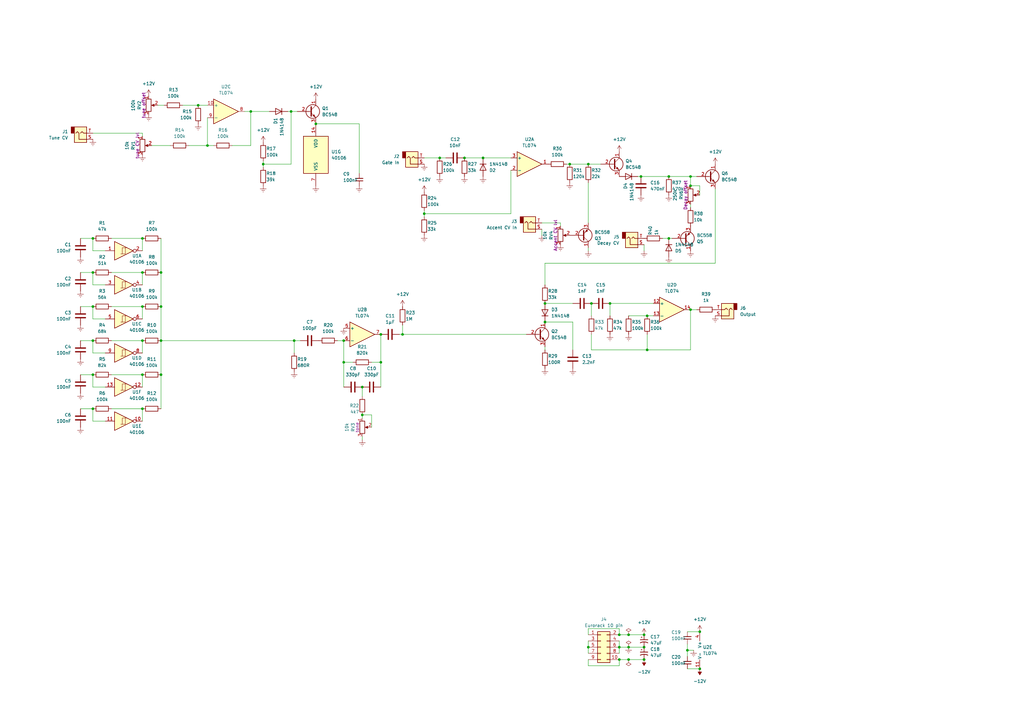
<source format=kicad_sch>
(kicad_sch (version 20231120) (generator "eeschema") (generator_version "8.0")
  (paper "A3")
  (junction (at 250.19 124.46))
  (junction (at 66.04 111.76))
  (junction (at 156.21 137.16))
  (junction (at 102.87 45.72))
  (junction (at 140.97 148.59))
  (junction (at 274.32 72.39))
  (junction (at 148.59 170.18))
  (junction (at 264.16 260.35))
  (junction (at 38.1 167.64))
  (junction (at 262.89 72.39))
  (junction (at 287.02 259.08))
  (junction (at 148.59 158.75))
  (junction (at 66.04 153.67))
  (junction (at 242.57 124.46))
  (junction (at 233.68 67.31))
  (junction (at 180.34 64.77))
  (junction (at 265.43 143.51))
  (junction (at 129.54 50.8))
  (junction (at 66.04 125.73))
  (junction (at 140.97 139.7))
  (junction (at 120.65 139.7))
  (junction (at 156.21 148.59))
  (junction (at 257.81 265.43))
  (junction (at 107.95 67.31))
  (junction (at 257.81 270.51))
  (junction (at 264.16 265.43))
  (junction (at 283.21 72.39))
  (junction (at 38.1 97.79))
  (junction (at 165.1 137.16))
  (junction (at 254 260.35))
  (junction (at 257.81 260.35))
  (junction (at 58.42 167.64))
  (junction (at 283.21 127))
  (junction (at 58.42 125.73))
  (junction (at 283.21 76.2))
  (junction (at 58.42 97.79))
  (junction (at 190.5 64.77))
  (junction (at 38.1 111.76))
  (junction (at 281.94 266.7))
  (junction (at 241.3 67.31))
  (junction (at 66.04 139.7))
  (junction (at 198.12 64.77))
  (junction (at 223.52 132.08))
  (junction (at 264.16 270.51))
  (junction (at 81.28 43.18))
  (junction (at 38.1 153.67))
  (junction (at 58.42 139.7))
  (junction (at 173.99 87.63))
  (junction (at 287.02 274.32))
  (junction (at 223.52 124.46))
  (junction (at 85.09 59.69))
  (junction (at 241.3 265.43))
  (junction (at 38.1 139.7))
  (junction (at 58.42 111.76))
  (junction (at 58.42 153.67))
  (junction (at 265.43 129.54))
  (junction (at 254 270.51))
  (junction (at 254 265.43))
  (junction (at 274.32 97.79))
  (junction (at 119.38 45.72))
  (junction (at 38.1 125.73))
  (wire (pts (xy 152.4 148.59) (xy 156.21 148.59)))
  (wire (pts (xy 265.43 137.16) (xy 265.43 143.51)))
  (wire (pts (xy 281.94 266.7) (xy 281.94 269.24)))
  (wire (pts (xy 257.81 270.51) (xy 264.16 270.51)))
  (wire (pts (xy 147.32 50.8) (xy 129.54 50.8)))
  (wire (pts (xy 156.21 148.59) (xy 156.21 158.75)))
  (wire (pts (xy 173.99 86.36) (xy 173.99 87.63)))
  (wire (pts (xy 241.3 74.93) (xy 241.3 91.44)))
  (wire (pts (xy 74.93 43.18) (xy 81.28 43.18)))
  (wire (pts (xy 140.97 148.59) (xy 140.97 158.75)))
  (wire (pts (xy 241.3 101.6) (xy 241.3 102.87)))
  (wire (pts (xy 241.3 262.89) (xy 241.3 265.43)))
  (wire (pts (xy 223.52 116.84) (xy 223.52 107.95)))
  (wire (pts (xy 33.02 97.79) (xy 38.1 97.79)))
  (wire (pts (xy 254 265.43) (xy 254 267.97)))
  (wire (pts (xy 285.75 127) (xy 283.21 127)))
  (wire (pts (xy 283.21 72.39) (xy 285.75 72.39)))
  (wire (pts (xy 118.11 45.72) (xy 119.38 45.72)))
  (wire (pts (xy 38.1 158.75) (xy 43.18 158.75)))
  (wire (pts (xy 148.59 180.34) (xy 148.59 179.07)))
  (wire (pts (xy 38.1 97.79) (xy 38.1 102.87)))
  (wire (pts (xy 38.1 167.64) (xy 38.1 172.72)))
  (wire (pts (xy 233.68 67.31) (xy 241.3 67.31)))
  (wire (pts (xy 223.52 107.95) (xy 293.37 107.95)))
  (wire (pts (xy 265.43 129.54) (xy 267.97 129.54)))
  (wire (pts (xy 165.1 137.16) (xy 215.9 137.16)))
  (wire (pts (xy 38.1 102.87) (xy 43.18 102.87)))
  (wire (pts (xy 38.1 172.72) (xy 43.18 172.72)))
  (wire (pts (xy 107.95 66.04) (xy 107.95 67.31)))
  (wire (pts (xy 283.21 72.39) (xy 283.21 76.2)))
  (wire (pts (xy 85.09 48.26) (xy 85.09 59.69)))
  (wire (pts (xy 148.59 171.45) (xy 148.59 170.18)))
  (wire (pts (xy 254 265.43) (xy 257.81 265.43)))
  (wire (pts (xy 274.32 97.79) (xy 271.78 97.79)))
  (wire (pts (xy 257.81 260.35) (xy 264.16 260.35)))
  (wire (pts (xy 66.04 139.7) (xy 66.04 153.67)))
  (wire (pts (xy 58.42 111.76) (xy 45.72 111.76)))
  (wire (pts (xy 58.42 167.64) (xy 45.72 167.64)))
  (wire (pts (xy 241.3 273.05) (xy 254 273.05)))
  (wire (pts (xy 293.37 77.47) (xy 293.37 107.95)))
  (wire (pts (xy 281.94 259.08) (xy 287.02 259.08)))
  (wire (pts (xy 223.52 124.46) (xy 234.95 124.46)))
  (wire (pts (xy 58.42 130.81) (xy 58.42 125.73)))
  (wire (pts (xy 140.97 139.7) (xy 138.43 139.7)))
  (wire (pts (xy 281.94 274.32) (xy 287.02 274.32)))
  (wire (pts (xy 147.32 71.12) (xy 147.32 50.8)))
  (wire (pts (xy 58.42 97.79) (xy 58.42 102.87)))
  (wire (pts (xy 66.04 111.76) (xy 66.04 125.73)))
  (wire (pts (xy 241.3 265.43) (xy 241.3 267.97)))
  (wire (pts (xy 148.59 162.56) (xy 148.59 158.75)))
  (wire (pts (xy 62.23 59.69) (xy 69.85 59.69)))
  (wire (pts (xy 58.42 172.72) (xy 58.42 167.64)))
  (wire (pts (xy 140.97 139.7) (xy 140.97 148.59)))
  (wire (pts (xy 173.99 64.77) (xy 180.34 64.77)))
  (wire (pts (xy 198.12 64.77) (xy 209.55 64.77)))
  (wire (pts (xy 66.04 97.79) (xy 66.04 111.76)))
  (wire (pts (xy 283.21 72.39) (xy 274.32 72.39)))
  (wire (pts (xy 262.89 72.39) (xy 274.32 72.39)))
  (wire (pts (xy 254 262.89) (xy 254 265.43)))
  (wire (pts (xy 209.55 87.63) (xy 173.99 87.63)))
  (wire (pts (xy 241.3 260.35) (xy 241.3 257.81)))
  (wire (pts (xy 287.02 76.2) (xy 283.21 76.2)))
  (wire (pts (xy 254 270.51) (xy 257.81 270.51)))
  (wire (pts (xy 242.57 143.51) (xy 265.43 143.51)))
  (wire (pts (xy 33.02 153.67) (xy 38.1 153.67)))
  (wire (pts (xy 66.04 153.67) (xy 66.04 167.64)))
  (wire (pts (xy 254 260.35) (xy 257.81 260.35)))
  (wire (pts (xy 165.1 133.35) (xy 165.1 137.16)))
  (wire (pts (xy 33.02 125.73) (xy 38.1 125.73)))
  (wire (pts (xy 58.42 144.78) (xy 58.42 139.7)))
  (wire (pts (xy 38.1 111.76) (xy 38.1 116.84)))
  (wire (pts (xy 287.02 80.01) (xy 287.02 76.2)))
  (wire (pts (xy 242.57 129.54) (xy 242.57 124.46)))
  (wire (pts (xy 45.72 97.79) (xy 58.42 97.79)))
  (wire (pts (xy 281.94 266.7) (xy 284.48 266.7)))
  (wire (pts (xy 281.94 264.16) (xy 281.94 266.7)))
  (wire (pts (xy 152.4 170.18) (xy 148.59 170.18)))
  (wire (pts (xy 38.1 130.81) (xy 43.18 130.81)))
  (wire (pts (xy 254 273.05) (xy 254 270.51)))
  (wire (pts (xy 229.87 91.44) (xy 222.25 91.44)))
  (wire (pts (xy 254 257.81) (xy 254 260.35)))
  (wire (pts (xy 241.3 257.81) (xy 254 257.81)))
  (wire (pts (xy 209.55 69.85) (xy 209.55 87.63)))
  (wire (pts (xy 64.77 43.18) (xy 67.31 43.18)))
  (wire (pts (xy 234.95 143.51) (xy 234.95 132.08)))
  (wire (pts (xy 58.42 153.67) (xy 45.72 153.67)))
  (wire (pts (xy 257.81 265.43) (xy 264.16 265.43)))
  (wire (pts (xy 173.99 87.63) (xy 173.99 88.9)))
  (wire (pts (xy 165.1 137.16) (xy 163.83 137.16)))
  (wire (pts (xy 152.4 175.26) (xy 152.4 170.18)))
  (wire (pts (xy 265.43 143.51) (xy 283.21 143.51)))
  (wire (pts (xy 180.34 64.77) (xy 182.88 64.77)))
  (wire (pts (xy 223.52 142.24) (xy 223.52 143.51)))
  (wire (pts (xy 100.33 45.72) (xy 102.87 45.72)))
  (wire (pts (xy 190.5 64.77) (xy 198.12 64.77)))
  (wire (pts (xy 58.42 125.73) (xy 45.72 125.73)))
  (wire (pts (xy 283.21 143.51) (xy 283.21 127)))
  (wire (pts (xy 123.19 139.7) (xy 120.65 139.7)))
  (wire (pts (xy 120.65 144.78) (xy 120.65 139.7)))
  (wire (pts (xy 229.87 92.71) (xy 229.87 91.44)))
  (wire (pts (xy 257.81 129.54) (xy 265.43 129.54)))
  (wire (pts (xy 250.19 129.54) (xy 250.19 124.46)))
  (wire (pts (xy 85.09 43.18) (xy 81.28 43.18)))
  (wire (pts (xy 77.47 59.69) (xy 85.09 59.69)))
  (wire (pts (xy 58.42 116.84) (xy 58.42 111.76)))
  (wire (pts (xy 234.95 132.08) (xy 223.52 132.08)))
  (wire (pts (xy 58.42 158.75) (xy 58.42 153.67)))
  (wire (pts (xy 66.04 125.73) (xy 66.04 139.7)))
  (wire (pts (xy 38.1 125.73) (xy 38.1 130.81)))
  (wire (pts (xy 119.38 67.31) (xy 107.95 67.31)))
  (wire (pts (xy 119.38 45.72) (xy 119.38 67.31)))
  (wire (pts (xy 58.42 139.7) (xy 45.72 139.7)))
  (wire (pts (xy 156.21 137.16) (xy 156.21 148.59)))
  (wire (pts (xy 107.95 67.31) (xy 107.95 68.58)))
  (wire (pts (xy 261.62 72.39) (xy 262.89 72.39)))
  (wire (pts (xy 242.57 137.16) (xy 242.57 143.51)))
  (wire (pts (xy 250.19 124.46) (xy 267.97 124.46)))
  (wire (pts (xy 275.59 97.79) (xy 274.32 97.79)))
  (wire (pts (xy 85.09 59.69) (xy 87.63 59.69)))
  (wire (pts (xy 102.87 45.72) (xy 110.49 45.72)))
  (wire (pts (xy 38.1 153.67) (xy 38.1 158.75)))
  (wire (pts (xy 33.02 111.76) (xy 38.1 111.76)))
  (wire (pts (xy 38.1 144.78) (xy 43.18 144.78)))
  (wire (pts (xy 38.1 139.7) (xy 38.1 144.78)))
  (wire (pts (xy 33.02 167.64) (xy 38.1 167.64)))
  (wire (pts (xy 241.3 270.51) (xy 241.3 273.05)))
  (wire (pts (xy 102.87 59.69) (xy 102.87 45.72)))
  (wire (pts (xy 95.25 59.69) (xy 102.87 59.69)))
  (wire (pts (xy 58.42 54.61) (xy 58.42 55.88)))
  (wire (pts (xy 222.25 96.52) (xy 222.25 93.98)))
  (wire (pts (xy 120.65 139.7) (xy 66.04 139.7)))
  (wire (pts (xy 241.3 67.31) (xy 246.38 67.31)))
  (wire (pts (xy 283.21 83.82) (xy 283.21 85.09)))
  (wire (pts (xy 33.02 139.7) (xy 38.1 139.7)))
  (wire (pts (xy 38.1 54.61) (xy 58.42 54.61)))
  (wire (pts (xy 144.78 148.59) (xy 140.97 148.59)))
  (wire (pts (xy 264.16 102.87) (xy 264.16 100.33)))
  (wire (pts (xy 119.38 45.72) (xy 121.92 45.72)))
  (wire (pts (xy 38.1 116.84) (xy 43.18 116.84)))
  (wire (pts (xy 233.68 67.31) (xy 232.41 67.31)))
  (symbol (lib_id "power:GNDREF") (at 262.89 80.01 0) (unit 1)
    (property "Reference" "#PWR037" (effects (hide yes)))
    (property "Value" "GNDREF" (effects (hide yes)))
  )
  (symbol (lib_id "4xxx:40106") (at 50.8 116.84 0) (unit 2)
    (property "Reference" "U1" (at 56.134 118.872 0))
    (property "Value" "40106" (at 56.134 121.412 0))
    (property "Datasheet" "https://assets.nexperia.com/documents/data-sheet/HEF40106B.pdf" (effects (hide yes)))
    (property "Description" "Hex Schmitt trigger inverter" (effects (hide yes)))
  )
  (symbol (lib_id "Connector:AudioJack2") (at 33.02 54.61 0) (mirror x) (unit 1)
    (property "Reference" "J1" (at 27.94 53.9749 0) (effects (justify right)))
    (property "Value" "Tune CV" (at 27.94 56.5149 0) (effects (justify right)))
    (property "Footprint" "Connector_Audio:Jack_6.35mm_Neutrik_NJ5FD-V_Vertical" (effects (hide yes)))
  )
  (symbol (lib_id "Connector:AudioJack2") (at 259.08 97.79 0) (mirror x) (unit 1)
    (property "Reference" "J5" (at 254 97.1549 0) (effects (justify right)))
    (property "Value" "Decay CV" (at 254 99.6949 0) (effects (justify right)))
    (property "Footprint" "Connector_Audio:Jack_6.35mm_Neutrik_NJ5FD-V_Vertical" (effects (hide yes)))
  )
  (symbol (lib_id "Device:C") (at 33.02 171.45 0) (mirror y) (unit 1)
    (property "Reference" "C6" (at 29.21 170.1799 0) (effects (justify left)))
    (property "Value" "100nF" (at 29.21 172.7199 0) (effects (justify left)))
    (property "Footprint" "Capacitor_THT:C_Rect_L7.0mm_W2.5mm_P5.00mm" (effects (hide yes)))
  )
  (symbol (lib_id "4xxx:40106") (at 50.8 144.78 0) (unit 4)
    (property "Reference" "U1" (at 56.134 146.812 0))
    (property "Value" "40106" (at 56.134 149.352 0))
    (property "Datasheet" "https://assets.nexperia.com/documents/data-sheet/HEF40106B.pdf" (effects (hide yes)))
    (property "Description" "Hex Schmitt trigger inverter" (effects (hide yes)))
  )
  (symbol (lib_id "power:GNDREF") (at 222.25 96.52 0) (unit 1)
    (property "Reference" "#PWR027" (effects (hide yes)))
    (property "Value" "GNDREF" (effects (hide yes)))
  )
  (symbol (lib_id "Device:C") (at 160.02 137.16 90) (unit 1)
    (property "Reference" "C11" (at 160.02 129.54 90))
    (property "Value" "1μF" (at 160.02 132.08 90))
    (property "Footprint" "Capacitor_THT:C_Rect_L7.0mm_W2.5mm_P5.00mm" (effects (hide yes)))
  )
  (symbol (lib_id "Device:C") (at 33.02 101.6 0) (mirror y) (unit 1)
    (property "Reference" "C1" (at 29.21 100.3299 0) (effects (justify left)))
    (property "Value" "100nF" (at 29.21 102.8699 0) (effects (justify left)))
    (property "Footprint" "Capacitor_THT:C_Rect_L7.0mm_W2.5mm_P5.00mm" (effects (hide yes)))
  )
  (symbol (lib_id "power:GNDREF") (at 264.16 102.87 0) (unit 1)
    (property "Reference" "#PWR038" (effects (hide yes)))
    (property "Value" "GNDREF" (effects (hide yes)))
  )
  (symbol (lib_id "power:GNDREF") (at 33.02 175.26 0) (mirror y) (unit 1)
    (property "Reference" "#PWR06" (effects (hide yes)))
    (property "Value" "GNDREF" (effects (hide yes)))
  )
  (symbol (lib_id "Device:R_Potentiometer") (at 229.87 96.52 0) (unit 1)
    (property "Reference" "RV4" (at 226.06 96.52 90))
    (property "Value" "10k" (at 223.52 96.52 90))
    (property "Footprint" "Potentiometer_THT:Potentiometer_Alpha_RD901F-40-00D_Single_Vertical" (effects (hide yes)))
    (property "Description" "Accent CV lvl" (at 227.838 96.52 90))
  )
  (symbol (lib_id "power:+12V") (at 129.54 40.64 0) (unit 1)
    (property "Reference" "#PWR015" (effects (hide yes)))
    (property "Value" "+12V" (at 129.54 35.56 0))
  )
  (symbol (lib_id "Device:R") (at 41.91 125.73 90) (unit 1)
    (property "Reference" "R3" (at 41.91 119.38 90))
    (property "Value" "56k" (at 41.91 121.92 90))
    (property "Footprint" "Resistor_THT:R_Axial_DIN0207_L6.3mm_D2.5mm_P10.16mm_Horizontal" (effects (hide yes)))
  )
  (symbol (lib_id "Device:R_Potentiometer") (at 58.42 59.69 0) (unit 1)
    (property "Reference" "RV1" (at 54.61 59.69 90))
    (property "Value" "10k" (at 52.07 59.69 90))
    (property "Footprint" "Potentiometer_THT:Potentiometer_Alpha_RD901F-40-00D_Single_Vertical" (effects (hide yes)))
    (property "Description" "tune CV lvl" (at 56.388 59.69 90))
  )
  (symbol (lib_id "power:-12V") (at 264.16 270.51 180) (unit 1)
    (property "Reference" "#PWR040" (effects (hide yes)))
    (property "Value" "-12V" (at 264.16 275.59 0))
    (property "Description" "Power symbol creates a global label with name \"-12V\"" (effects (hide yes)))
  )
  (symbol (lib_id "4xxx:40106") (at 129.54 63.5 0) (unit 7)
    (property "Reference" "U1" (at 135.89 62.2299 0) (effects (justify left)))
    (property "Value" "40106" (at 135.89 64.7699 0) (effects (justify left)))
    (property "Datasheet" "https://assets.nexperia.com/documents/data-sheet/HEF40106B.pdf" (effects (hide yes)))
    (property "Description" "Hex Schmitt trigger inverter" (effects (hide yes)))
  )
  (symbol (lib_id "power:+12V") (at 173.99 78.74 0) (unit 1)
    (property "Reference" "#PWR022" (effects (hide yes)))
    (property "Value" "+12V" (at 173.99 73.66 0))
  )
  (symbol (lib_id "power:GNDREF") (at 140.97 134.62 0) (unit 1)
    (property "Reference" "#PWR017" (effects (hide yes)))
    (property "Value" "GNDREF" (effects (hide yes)))
  )
  (symbol (lib_id "Device:R") (at 41.91 139.7 90) (unit 1)
    (property "Reference" "R4" (at 41.91 133.35 90))
    (property "Value" "68k" (at 41.91 135.89 90))
    (property "Footprint" "Resistor_THT:R_Axial_DIN0207_L6.3mm_D2.5mm_P10.16mm_Horizontal" (effects (hide yes)))
  )
  (symbol (lib_id "Device:R") (at 257.81 133.35 180) (unit 1)
    (property "Reference" "R35" (at 259.08 132.08 0) (effects (justify right)))
    (property "Value" "100k" (at 259.08 134.62 0) (effects (justify right)))
    (property "Footprint" "Resistor_THT:R_Axial_DIN0207_L6.3mm_D2.5mm_P10.16mm_Horizontal" (effects (hide yes)))
  )
  (symbol (lib_id "Connector:AudioJack2") (at 168.91 64.77 0) (mirror x) (unit 1)
    (property "Reference" "J2" (at 163.83 64.1349 0) (effects (justify right)))
    (property "Value" "Gate In" (at 163.83 66.6749 0) (effects (justify right)))
    (property "Footprint" "Connector_Audio:Jack_6.35mm_Neutrik_NJ5FD-V_Vertical" (effects (hide yes)))
  )
  (symbol (lib_id "power:PWR_FLAG") (at 257.81 260.35 0) (unit 1)
    (property "Reference" "#FLG01" (effects (hide yes)))
    (property "Value" "PWR_FLAG" (effects (hide yes)))
    (property "Description" "Special symbol for telling ERC where power comes from" (effects (hide yes)))
  )
  (symbol (lib_id "Device:C_Small") (at 281.94 271.78 180) (unit 1)
    (property "Reference" "C20" (at 275.336 269.494 0) (effects (justify right)))
    (property "Value" "100nF" (at 275.336 272.034 0) (effects (justify right)))
    (property "Footprint" "Capacitor_THT:C_Disc_D6.0mm_W2.5mm_P5.00mm" (effects (hide yes)))
    (property "Description" "Unpolarized capacitor, small symbol" (effects (hide yes)))
  )
  (symbol (lib_id "Device:R") (at 91.44 59.69 90) (unit 1)
    (property "Reference" "R16" (at 91.44 53.34 90))
    (property "Value" "100k" (at 91.44 55.88 90))
    (property "Footprint" "Resistor_THT:R_Axial_DIN0207_L6.3mm_D2.5mm_P10.16mm_Horizontal" (effects (hide yes)))
  )
  (symbol (lib_id "power:GNDREF") (at 173.99 96.52 0) (unit 1)
    (property "Reference" "#PWR023" (effects (hide yes)))
    (property "Value" "GNDREF" (effects (hide yes)))
  )
  (symbol (lib_id "Device:R") (at 233.68 71.12 180) (unit 1)
    (property "Reference" "R31" (at 234.95 69.85 0) (effects (justify right)))
    (property "Value" "120k" (at 234.95 72.39 0) (effects (justify right)))
    (property "Footprint" "Resistor_THT:R_Axial_DIN0207_L6.3mm_D2.5mm_P10.16mm_Horizontal" (effects (hide yes)))
  )
  (symbol (lib_id "Transistor_BJT:BC558") (at 280.67 97.79 0) (mirror x) (unit 1)
    (property "Reference" "Q5" (at 285.75 99.0601 0) (effects (justify left)))
    (property "Value" "BC558" (at 285.75 96.5201 0) (effects (justify left)))
    (property "Footprint" "Package_TO_SOT_THT:TO-92_Inline" (effects (hide yes)))
    (property "Datasheet" "https://www.onsemi.com/pub/Collateral/BC556BTA-D.pdf" (effects (hide yes)))
    (property "Description" "0.1A Ic, 30V Vce, PNP Small Signal Transistor, TO-92" (effects (hide yes)))
  )
  (symbol (lib_id "Device:R") (at 120.65 148.59 180) (unit 1)
    (property "Reference" "R19" (at 121.92 147.32 0) (effects (justify right)))
    (property "Value" "680R" (at 121.92 149.86 0) (effects (justify right)))
    (property "Footprint" "Resistor_THT:R_Axial_DIN0207_L6.3mm_D2.5mm_P10.16mm_Horizontal" (effects (hide yes)))
  )
  (symbol (lib_id "power:+12V") (at 107.95 58.42 0) (unit 1)
    (property "Reference" "#PWR012" (effects (hide yes)))
    (property "Value" "+12V" (at 107.95 53.34 0))
  )
  (symbol (lib_id "Device:C") (at 33.02 143.51 0) (mirror y) (unit 1)
    (property "Reference" "C4" (at 29.21 142.2399 0) (effects (justify left)))
    (property "Value" "100nF" (at 29.21 144.7799 0) (effects (justify left)))
    (property "Footprint" "Capacitor_THT:C_Rect_L7.0mm_W2.5mm_P5.00mm" (effects (hide yes)))
  )
  (symbol (lib_id "Device:R") (at 242.57 133.35 180) (unit 1)
    (property "Reference" "R33" (at 243.84 132.08 0) (effects (justify right)))
    (property "Value" "47k" (at 243.84 134.62 0) (effects (justify right)))
    (property "Footprint" "Resistor_THT:R_Axial_DIN0207_L6.3mm_D2.5mm_P10.16mm_Horizontal" (effects (hide yes)))
  )
  (symbol (lib_id "Device:C") (at 127 139.7 90) (unit 1)
    (property "Reference" "C7" (at 127 132.08 90))
    (property "Value" "100pF" (at 127 134.62 90))
    (property "Footprint" "Capacitor_THT:C_Rect_L7.0mm_W2.5mm_P5.00mm" (effects (hide yes)))
  )
  (symbol (lib_id "Device:D") (at 223.52 128.27 90) (unit 1)
    (property "Reference" "D3" (at 226.06 126.9999 90) (effects (justify right)))
    (property "Value" "1N4148" (at 226.06 129.5399 90) (effects (justify right)))
    (property "Footprint" "Diode_THT:D_T-1_P10.16mm_Horizontal" (effects (hide yes)))
  )
  (symbol (lib_id "Device:R") (at 62.23 97.79 90) (unit 1)
    (property "Reference" "R7" (at 62.23 91.44 90))
    (property "Value" "100k" (at 62.23 93.98 90))
    (property "Footprint" "Resistor_THT:R_Axial_DIN0207_L6.3mm_D2.5mm_P10.16mm_Horizontal" (effects (hide yes)))
  )
  (symbol (lib_id "power:GNDREF") (at 129.54 76.2 0) (unit 1)
    (property "Reference" "#PWR016" (effects (hide yes)))
    (property "Value" "GNDREF" (effects (hide yes)))
  )
  (symbol (lib_id "Amplifier_Operational:TL074") (at 148.59 137.16 0) (unit 2)
    (property "Reference" "U2" (at 148.59 127 0))
    (property "Value" "TL074" (at 148.59 129.54 0))
    (property "Footprint" "Package_DIP:DIP-14_W7.62mm" (effects (hide yes)))
    (property "Datasheet" "http://www.ti.com/lit/ds/symlink/tl071.pdf" (effects (hide yes)))
    (property "Description" "Quad Low-Noise JFET-Input Operational Amplifiers, DIP-14/SOIC-14" (effects (hide yes)))
  )
  (symbol (lib_id "power:GNDREF") (at 284.48 266.7 0) (unit 1)
    (property "Reference" "#PWR044" (effects (hide yes)))
    (property "Value" "GNDREF" (effects (hide yes)))
    (property "Description" "Power symbol creates a global label with name \"GNDREF\" , reference supply ground" (effects (hide yes)))
  )
  (symbol (lib_id "Device:R") (at 41.91 153.67 90) (unit 1)
    (property "Reference" "R5" (at 41.91 147.32 90))
    (property "Value" "82k" (at 41.91 149.86 90))
    (property "Footprint" "Resistor_THT:R_Axial_DIN0207_L6.3mm_D2.5mm_P10.16mm_Horizontal" (effects (hide yes)))
  )
  (symbol (lib_id "Device:R") (at 41.91 97.79 90) (unit 1)
    (property "Reference" "R1" (at 41.91 91.44 90))
    (property "Value" "47k" (at 41.91 93.98 90))
    (property "Footprint" "Resistor_THT:R_Axial_DIN0207_L6.3mm_D2.5mm_P10.16mm_Horizontal" (effects (hide yes)))
  )
  (symbol (lib_id "Device:R") (at 41.91 111.76 90) (unit 1)
    (property "Reference" "R2" (at 41.91 105.41 90))
    (property "Value" "51k" (at 41.91 107.95 90))
    (property "Footprint" "Resistor_THT:R_Axial_DIN0207_L6.3mm_D2.5mm_P10.16mm_Horizontal" (effects (hide yes)))
  )
  (symbol (lib_id "Device:R") (at 62.23 111.76 90) (unit 1)
    (property "Reference" "R8" (at 62.23 105.41 90))
    (property "Value" "100k" (at 62.23 107.95 90))
    (property "Footprint" "Resistor_THT:R_Axial_DIN0207_L6.3mm_D2.5mm_P10.16mm_Horizontal" (effects (hide yes)))
  )
  (symbol (lib_id "power:GNDREF") (at 257.81 137.16 0) (unit 1)
    (property "Reference" "#PWR035" (effects (hide yes)))
    (property "Value" "GNDREF" (effects (hide yes)))
  )
  (symbol (lib_id "Device:R") (at 165.1 129.54 180) (unit 1)
    (property "Reference" "R23" (at 166.37 128.27 0) (effects (justify right)))
    (property "Value" "1M" (at 166.37 130.81 0) (effects (justify right)))
    (property "Footprint" "Resistor_THT:R_Axial_DIN0207_L6.3mm_D2.5mm_P10.16mm_Horizontal" (effects (hide yes)))
  )
  (symbol (lib_id "Device:R") (at 73.66 59.69 90) (unit 1)
    (property "Reference" "R14" (at 73.66 53.34 90))
    (property "Value" "100k" (at 73.66 55.88 90))
    (property "Footprint" "Resistor_THT:R_Axial_DIN0207_L6.3mm_D2.5mm_P10.16mm_Horizontal" (effects (hide yes)))
  )
  (symbol (lib_id "power:GNDREF") (at 180.34 72.39 0) (unit 1)
    (property "Reference" "#PWR024" (effects (hide yes)))
    (property "Value" "GNDREF" (effects (hide yes)))
  )
  (symbol (lib_id "4xxx:40106") (at 50.8 172.72 0) (unit 5)
    (property "Reference" "U1" (at 56.134 174.752 0))
    (property "Value" "40106" (at 56.134 177.292 0))
    (property "Datasheet" "https://assets.nexperia.com/documents/data-sheet/HEF40106B.pdf" (effects (hide yes)))
    (property "Description" "Hex Schmitt trigger inverter" (effects (hide yes)))
  )
  (symbol (lib_id "Device:R") (at 148.59 148.59 90) (unit 1)
    (property "Reference" "R21" (at 148.59 142.24 90))
    (property "Value" "820k" (at 148.59 144.78 90))
    (property "Footprint" "Resistor_THT:R_Axial_DIN0207_L6.3mm_D2.5mm_P10.16mm_Horizontal" (effects (hide yes)))
  )
  (symbol (lib_id "Device:R") (at 71.12 43.18 90) (unit 1)
    (property "Reference" "R13" (at 71.12 36.83 90))
    (property "Value" "100k" (at 71.12 39.37 90))
    (property "Footprint" "Resistor_THT:R_Axial_DIN0207_L6.3mm_D2.5mm_P10.16mm_Horizontal" (effects (hide yes)))
  )
  (symbol (lib_id "power:GNDREF") (at 293.37 129.54 0) (mirror y) (unit 1)
    (property "Reference" "#PWR048" (effects (hide yes)))
    (property "Value" "GNDREF" (effects (hide yes)))
  )
  (symbol (lib_id "Device:R") (at 134.62 139.7 90) (unit 1)
    (property "Reference" "R20" (at 134.62 133.35 90))
    (property "Value" "100k" (at 134.62 135.89 90))
    (property "Footprint" "Resistor_THT:R_Axial_DIN0207_L6.3mm_D2.5mm_P10.16mm_Horizontal" (effects (hide yes)))
  )
  (symbol (lib_id "Transistor_BJT:BC548") (at 290.83 72.39 0) (unit 1)
    (property "Reference" "Q6" (at 295.91 71.1199 0) (effects (justify left)))
    (property "Value" "BC548" (at 295.91 73.6599 0) (effects (justify left)))
    (property "Footprint" "Package_TO_SOT_THT:TO-92_Inline" (effects (hide yes)))
    (property "Datasheet" "https://www.onsemi.com/pub/Collateral/BC550-D.pdf" (effects (hide yes)))
    (property "Description" "0.1A Ic, 30V Vce, Small Signal NPN Transistor, TO-92" (effects (hide yes)))
  )
  (symbol (lib_id "Device:C_Polarized_Small_US") (at 264.16 267.97 0) (unit 1)
    (property "Reference" "C18" (at 266.7 266.2681 0) (effects (justify left)))
    (property "Value" "47uF" (at 266.7 268.8081 0) (effects (justify left)))
    (property "Footprint" "Capacitor_THT:CP_Radial_D6.3mm_P2.50mm" (effects (hide yes)))
    (property "Description" "Polarized capacitor, small US symbol" (effects (hide yes)))
  )
  (symbol (lib_id "power:GNDREF") (at 234.95 151.13 0) (unit 1)
    (property "Reference" "#PWR031" (effects (hide yes)))
    (property "Value" "GNDREF" (effects (hide yes)))
  )
  (symbol (lib_id "power:GNDREF") (at 148.59 180.34 0) (unit 1)
    (property "Reference" "#PWR019" (effects (hide yes)))
    (property "Value" "GNDREF" (effects (hide yes)))
  )
  (symbol (lib_id "Device:C") (at 238.76 124.46 90) (unit 1)
    (property "Reference" "C14" (at 238.76 116.84 90))
    (property "Value" "1nF" (at 238.76 119.38 90))
    (property "Footprint" "Capacitor_THT:C_Rect_L7.0mm_W2.5mm_P5.00mm" (effects (hide yes)))
  )
  (symbol (lib_id "power:GNDREF") (at 241.3 102.87 0) (unit 1)
    (property "Reference" "#PWR032" (effects (hide yes)))
    (property "Value" "GNDREF" (effects (hide yes)))
  )
  (symbol (lib_id "Amplifier_Operational:TL074") (at 289.56 266.7 0) (unit 5)
    (property "Reference" "U2" (at 288.29 265.4299 0) (effects (justify left)))
    (property "Value" "TL074" (at 288.29 267.9699 0) (effects (justify left)))
    (property "Footprint" "Package_DIP:DIP-14_W7.62mm" (effects (hide yes)))
    (property "Datasheet" "http://www.ti.com/lit/ds/symlink/tl071.pdf" (effects (hide yes)))
    (property "Description" "Quad Low-Noise JFET-Input Operational Amplifiers, DIP-14/SOIC-14" (effects (hide yes)))
  )
  (symbol (lib_id "Transistor_BJT:BC548") (at 251.46 67.31 0) (unit 1)
    (property "Reference" "Q4" (at 256.54 66.0399 0) (effects (justify left)))
    (property "Value" "BC548" (at 256.54 68.5799 0) (effects (justify left)))
    (property "Footprint" "Package_TO_SOT_THT:TO-92_Inline" (effects (hide yes)))
    (property "Datasheet" "https://www.onsemi.com/pub/Collateral/BC550-D.pdf" (effects (hide yes)))
    (property "Description" "0.1A Ic, 30V Vce, Small Signal NPN Transistor, TO-92" (effects (hide yes)))
  )
  (symbol (lib_id "Device:R") (at 81.28 46.99 0) (mirror y) (unit 1)
    (property "Reference" "R15" (at 78.74 45.7199 0) (effects (justify left)))
    (property "Value" "100k" (at 78.74 48.2599 0) (effects (justify left)))
    (property "Footprint" "Resistor_THT:R_Axial_DIN0207_L6.3mm_D2.5mm_P10.16mm_Horizontal" (effects (hide yes)))
  )
  (symbol (lib_id "Device:D") (at 257.81 72.39 0) (mirror y) (unit 1)
    (property "Reference" "D4" (at 256.5399 74.93 90) (effects (justify right)))
    (property "Value" "1N4148" (at 259.0799 74.93 90) (effects (justify right)))
    (property "Footprint" "Diode_THT:D_T-1_P10.16mm_Horizontal" (effects (hide yes)))
  )
  (symbol (lib_id "Device:R") (at 62.23 153.67 90) (unit 1)
    (property "Reference" "R11" (at 62.23 147.32 90))
    (property "Value" "100k" (at 62.23 149.86 90))
    (property "Footprint" "Resistor_THT:R_Axial_DIN0207_L6.3mm_D2.5mm_P10.16mm_Horizontal" (effects (hide yes)))
  )
  (symbol (lib_id "power:GNDREF") (at 173.99 67.31 0) (mirror y) (unit 1)
    (property "Reference" "#PWR021" (effects (hide yes)))
    (property "Value" "GNDREF" (effects (hide yes)))
  )
  (symbol (lib_id "Device:C") (at 33.02 115.57 0) (mirror y) (unit 1)
    (property "Reference" "C2" (at 29.21 114.2999 0) (effects (justify left)))
    (property "Value" "100nF" (at 29.21 116.8399 0) (effects (justify left)))
    (property "Footprint" "Capacitor_THT:C_Rect_L7.0mm_W2.5mm_P5.00mm" (effects (hide yes)))
  )
  (symbol (lib_id "power:GNDREF") (at 107.95 76.2 0) (unit 1)
    (property "Reference" "#PWR013" (effects (hide yes)))
    (property "Value" "GNDREF" (effects (hide yes)))
  )
  (symbol (lib_id "Device:R") (at 241.3 71.12 180) (unit 1)
    (property "Reference" "R32" (at 242.57 69.85 0) (effects (justify right)))
    (property "Value" "22k" (at 242.57 72.39 0) (effects (justify right)))
    (property "Footprint" "Resistor_THT:R_Axial_DIN0207_L6.3mm_D2.5mm_P10.16mm_Horizontal" (effects (hide yes)))
  )
  (symbol (lib_id "Device:C") (at 186.69 64.77 90) (unit 1)
    (property "Reference" "C12" (at 186.69 57.15 90))
    (property "Value" "10nF" (at 186.69 59.69 90))
    (property "Footprint" "Capacitor_THT:C_Rect_L7.0mm_W2.5mm_P5.00mm" (effects (hide yes)))
  )
  (symbol (lib_id "Device:C") (at 33.02 129.54 0) (mirror y) (unit 1)
    (property "Reference" "C3" (at 29.21 128.2699 0) (effects (justify left)))
    (property "Value" "100nF" (at 29.21 130.8099 0) (effects (justify left)))
    (property "Footprint" "Capacitor_THT:C_Rect_L7.0mm_W2.5mm_P5.00mm" (effects (hide yes)))
  )
  (symbol (lib_id "Device:C_Small") (at 147.32 73.66 180) (unit 1)
    (property "Reference" "C9" (at 140.716 71.374 0) (effects (justify right)))
    (property "Value" "100nF" (at 140.716 73.914 0) (effects (justify right)))
    (property "Footprint" "Capacitor_THT:C_Disc_D6.0mm_W2.5mm_P5.00mm" (effects (hide yes)))
    (property "Description" "Unpolarized capacitor, small symbol" (effects (hide yes)))
  )
  (symbol (lib_id "Device:R") (at 190.5 68.58 180) (unit 1)
    (property "Reference" "R27" (at 191.77 67.31 0) (effects (justify right)))
    (property "Value" "33k" (at 191.77 69.85 0) (effects (justify right)))
    (property "Footprint" "Resistor_THT:R_Axial_DIN0207_L6.3mm_D2.5mm_P10.16mm_Horizontal" (effects (hide yes)))
  )
  (symbol (lib_id "power:+12V") (at 60.96 39.37 0) (unit 1)
    (property "Reference" "#PWR09" (effects (hide yes)))
    (property "Value" "+12V" (at 60.96 34.29 0))
  )
  (symbol (lib_id "Transistor_BJT:BC548") (at 220.98 137.16 0) (unit 1)
    (property "Reference" "Q2" (at 226.06 135.8899 0) (effects (justify left)))
    (property "Value" "BC548" (at 226.06 138.4299 0) (effects (justify left)))
    (property "Footprint" "Package_TO_SOT_THT:TO-92_Inline" (effects (hide yes)))
    (property "Datasheet" "https://www.onsemi.com/pub/Collateral/BC550-D.pdf" (effects (hide yes)))
    (property "Description" "0.1A Ic, 30V Vce, Small Signal NPN Transistor, TO-92" (effects (hide yes)))
  )
  (symbol (lib_id "Connector_Generic:Conn_02x05_Odd_Even") (at 246.38 265.43 0) (unit 1)
    (property "Reference" "J4" (at 247.65 254 0))
    (property "Value" "Eurorack 10 pin" (at 247.65 256.54 0))
    (property "Footprint" "Connector_PinHeader_2.54mm:PinHeader_2x05_P2.54mm_Vertical" (effects (hide yes)))
    (property "Description" "Generic connector, double row, 02x05, odd/even pin numbering scheme (row 1 odd numbers, row 2 even numbers), script generated (kicad-library-utils/schlib/autogen/connector/)" (effects (hide yes)))
  )
  (symbol (lib_id "power:GNDREF") (at 33.02 147.32 0) (mirror y) (unit 1)
    (property "Reference" "#PWR04" (effects (hide yes)))
    (property "Value" "GNDREF" (effects (hide yes)))
  )
  (symbol (lib_id "Transistor_BJT:BC558") (at 238.76 96.52 0) (mirror x) (unit 1)
    (property "Reference" "Q3" (at 243.84 97.7901 0) (effects (justify left)))
    (property "Value" "BC558" (at 243.84 95.2501 0) (effects (justify left)))
    (property "Footprint" "Package_TO_SOT_THT:TO-92_Inline" (effects (hide yes)))
    (property "Datasheet" "https://www.onsemi.com/pub/Collateral/BC556BTA-D.pdf" (effects (hide yes)))
    (property "Description" "0.1A Ic, 30V Vce, PNP Small Signal Transistor, TO-92" (effects (hide yes)))
  )
  (symbol (lib_id "Device:R") (at 62.23 139.7 90) (unit 1)
    (property "Reference" "R10" (at 62.23 133.35 90))
    (property "Value" "100k" (at 62.23 135.89 90))
    (property "Footprint" "Resistor_THT:R_Axial_DIN0207_L6.3mm_D2.5mm_P10.16mm_Horizontal" (effects (hide yes)))
  )
  (symbol (lib_id "Device:R") (at 223.52 120.65 180) (unit 1)
    (property "Reference" "R28" (at 224.79 119.38 0) (effects (justify right)))
    (property "Value" "33k" (at 224.79 121.92 0) (effects (justify right)))
    (property "Footprint" "Resistor_THT:R_Axial_DIN0207_L6.3mm_D2.5mm_P10.16mm_Horizontal" (effects (hide yes)))
  )
  (symbol (lib_id "Device:D") (at 198.12 68.58 90) (mirror x) (unit 1)
    (property "Reference" "D2" (at 200.66 69.8501 90) (effects (justify right)))
    (property "Value" "1N4148" (at 200.66 67.3101 90) (effects (justify right)))
    (property "Footprint" "Diode_THT:D_T-1_P10.16mm_Horizontal" (effects (hide yes)))
  )
  (symbol (lib_id "Device:R") (at 173.99 82.55 180) (unit 1)
    (property "Reference" "R24" (at 175.26 81.28 0) (effects (justify right)))
    (property "Value" "100k" (at 175.26 83.82 0) (effects (justify right)))
    (property "Footprint" "Resistor_THT:R_Axial_DIN0207_L6.3mm_D2.5mm_P10.16mm_Horizontal" (effects (hide yes)))
  )
  (symbol (lib_id "power:GNDREF") (at 38.1 57.15 0) (mirror y) (unit 1)
    (property "Reference" "#PWR07" (effects (hide yes)))
    (property "Value" "GNDREF" (effects (hide yes)))
  )
  (symbol (lib_id "power:GNDREF") (at 33.02 105.41 0) (mirror y) (unit 1)
    (property "Reference" "#PWR01" (effects (hide yes)))
    (property "Value" "GNDREF" (effects (hide yes)))
  )
  (symbol (lib_id "power:+12V") (at 165.1 125.73 0) (unit 1)
    (property "Reference" "#PWR020" (effects (hide yes)))
    (property "Value" "+12V" (at 165.1 120.65 0))
    (property "Description" "Power symbol creates a global label with name \"+12V\"" (effects (hide yes)))
  )
  (symbol (lib_id "Device:C") (at 33.02 157.48 0) (mirror y) (unit 1)
    (property "Reference" "C5" (at 29.21 156.2099 0) (effects (justify left)))
    (property "Value" "100nF" (at 29.21 158.7499 0) (effects (justify left)))
    (property "Footprint" "Capacitor_THT:C_Rect_L7.0mm_W2.5mm_P5.00mm" (effects (hide yes)))
  )
  (symbol (lib_id "power:GNDREF") (at 283.21 102.87 0) (unit 1)
    (property "Reference" "#PWR043" (effects (hide yes)))
    (property "Value" "GNDREF" (effects (hide yes)))
  )
  (symbol (lib_id "Amplifier_Operational:TL074") (at 217.17 67.31 0) (unit 1)
    (property "Reference" "U2" (at 217.17 57.15 0))
    (property "Value" "TL074" (at 217.17 59.69 0))
    (property "Footprint" "Package_DIP:DIP-14_W7.62mm" (effects (hide yes)))
    (property "Datasheet" "http://www.ti.com/lit/ds/symlink/tl071.pdf" (effects (hide yes)))
    (property "Description" "Quad Low-Noise JFET-Input Operational Amplifiers, DIP-14/SOIC-14" (effects (hide yes)))
  )
  (symbol (lib_id "Connector:AudioJack2") (at 298.45 127 180) (unit 1)
    (property "Reference" "J6" (at 303.53 126.3649 0) (effects (justify right)))
    (property "Value" "Output" (at 303.53 128.9049 0) (effects (justify right)))
    (property "Footprint" "Connector_Audio:Jack_6.35mm_Neutrik_NJ5FD-V_Vertical" (effects (hide yes)))
  )
  (symbol (lib_id "Amplifier_Operational:TL074") (at 275.59 127 0) (unit 4)
    (property "Reference" "U2" (at 275.59 116.84 0))
    (property "Value" "TL074" (at 275.59 119.38 0))
    (property "Footprint" "Package_DIP:DIP-14_W7.62mm" (effects (hide yes)))
    (property "Datasheet" "http://www.ti.com/lit/ds/symlink/tl071.pdf" (effects (hide yes)))
    (property "Description" "Quad Low-Noise JFET-Input Operational Amplifiers, DIP-14/SOIC-14" (effects (hide yes)))
  )
  (symbol (lib_id "Device:D") (at 274.32 101.6 90) (mirror x) (unit 1)
    (property "Reference" "D5" (at 276.86 102.8701 90) (effects (justify right)))
    (property "Value" "1N4148" (at 276.86 100.3301 90) (effects (justify right)))
    (property "Footprint" "Diode_THT:D_T-1_P10.16mm_Horizontal" (effects (hide yes)))
  )
  (symbol (lib_id "power:GNDREF") (at 81.28 50.8 0) (unit 1)
    (property "Reference" "#PWR011" (effects (hide yes)))
    (property "Value" "GNDREF" (effects (hide yes)))
  )
  (symbol (lib_id "Device:R_Potentiometer") (at 283.21 80.01 0) (unit 1)
    (property "Reference" "RV6" (at 279.4 80.01 90))
    (property "Value" "250k" (at 276.86 80.01 90))
    (property "Footprint" "Potentiometer_THT:Potentiometer_Alpha_RD901F-40-00D_Single_Vertical" (effects (hide yes)))
    (property "Description" "Decay offset" (at 281.178 80.01 90))
  )
  (symbol (lib_id "Device:C") (at 144.78 158.75 90) (unit 1)
    (property "Reference" "C8" (at 144.78 151.13 90))
    (property "Value" "330pF" (at 144.78 153.67 90))
    (property "Footprint" "Capacitor_THT:C_Rect_L7.0mm_W2.5mm_P5.00mm" (effects (hide yes)))
  )
  (symbol (lib_id "Device:R") (at 180.34 68.58 180) (unit 1)
    (property "Reference" "R26" (at 181.61 67.31 0) (effects (justify right)))
    (property "Value" "100k" (at 181.61 69.85 0) (effects (justify right)))
    (property "Footprint" "Resistor_THT:R_Axial_DIN0207_L6.3mm_D2.5mm_P10.16mm_Horizontal" (effects (hide yes)))
  )
  (symbol (lib_id "Device:R") (at 265.43 133.35 180) (unit 1)
    (property "Reference" "R36" (at 266.7 132.08 0) (effects (justify right)))
    (property "Value" "100k" (at 266.7 134.62 0) (effects (justify right)))
    (property "Footprint" "Resistor_THT:R_Axial_DIN0207_L6.3mm_D2.5mm_P10.16mm_Horizontal" (effects (hide yes)))
  )
  (symbol (lib_id "Device:R") (at 107.95 62.23 180) (unit 1)
    (property "Reference" "R17" (at 109.22 60.96 0) (effects (justify right)))
    (property "Value" "100k" (at 109.22 63.5 0) (effects (justify right)))
    (property "Footprint" "Resistor_THT:R_Axial_DIN0207_L6.3mm_D2.5mm_P10.16mm_Horizontal" (effects (hide yes)))
  )
  (symbol (lib_id "power:GNDREF") (at 190.5 72.39 0) (unit 1)
    (property "Reference" "#PWR025" (effects (hide yes)))
    (property "Value" "GNDREF" (effects (hide yes)))
  )
  (symbol (lib_id "Device:R") (at 250.19 133.35 180) (unit 1)
    (property "Reference" "R34" (at 251.46 132.08 0) (effects (justify right)))
    (property "Value" "47k" (at 251.46 134.62 0) (effects (justify right)))
    (property "Footprint" "Resistor_THT:R_Axial_DIN0207_L6.3mm_D2.5mm_P10.16mm_Horizontal" (effects (hide yes)))
  )
  (symbol (lib_id "power:+12V") (at 264.16 260.35 0) (unit 1)
    (property "Reference" "#PWR039" (effects (hide yes)))
    (property "Value" "+12V" (at 264.16 255.27 0))
    (property "Description" "Power symbol creates a global label with name \"+12V\"" (effects (hide yes)))
  )
  (symbol (lib_id "power:GNDREF") (at 33.02 133.35 0) (mirror y) (unit 1)
    (property "Reference" "#PWR03" (effects (hide yes)))
    (property "Value" "GNDREF" (effects (hide yes)))
  )
  (symbol (lib_id "Device:C") (at 152.4 158.75 90) (unit 1)
    (property "Reference" "C10" (at 152.4 151.13 90))
    (property "Value" "330pF" (at 152.4 153.67 90))
    (property "Footprint" "Capacitor_THT:C_Rect_L7.0mm_W2.5mm_P5.00mm" (effects (hide yes)))
  )
  (symbol (lib_id "Device:R") (at 41.91 167.64 90) (unit 1)
    (property "Reference" "R6" (at 41.91 161.29 90))
    (property "Value" "100k" (at 41.91 163.83 90))
    (property "Footprint" "Resistor_THT:R_Axial_DIN0207_L6.3mm_D2.5mm_P10.16mm_Horizontal" (effects (hide yes)))
  )
  (symbol (lib_id "Device:C_Small") (at 281.94 261.62 180) (unit 1)
    (property "Reference" "C19" (at 275.336 259.334 0) (effects (justify right)))
    (property "Value" "100nF" (at 275.336 261.874 0) (effects (justify right)))
    (property "Footprint" "Capacitor_THT:C_Disc_D6.0mm_W2.5mm_P5.00mm" (effects (hide yes)))
    (property "Description" "Unpolarized capacitor, small symbol" (effects (hide yes)))
  )
  (symbol (lib_id "Device:R") (at 107.95 72.39 180) (unit 1)
    (property "Reference" "R18" (at 109.22 71.12 0) (effects (justify right)))
    (property "Value" "39k" (at 109.22 73.66 0) (effects (justify right)))
    (property "Footprint" "Resistor_THT:R_Axial_DIN0207_L6.3mm_D2.5mm_P10.16mm_Horizontal" (effects (hide yes)))
  )
  (symbol (lib_id "Device:R") (at 62.23 125.73 90) (unit 1)
    (property "Reference" "R9" (at 62.23 119.38 90))
    (property "Value" "100k" (at 62.23 121.92 90))
    (property "Footprint" "Resistor_THT:R_Axial_DIN0207_L6.3mm_D2.5mm_P10.16mm_Horizontal" (effects (hide yes)))
  )
  (symbol (lib_id "Device:R") (at 267.97 97.79 270) (unit 1)
    (property "Reference" "R40" (at 266.7 96.52 0) (effects (justify right)))
    (property "Value" "1k" (at 269.24 96.52 0) (effects (justify right)))
    (property "Footprint" "Resistor_THT:R_Axial_DIN0207_L6.3mm_D2.5mm_P10.16mm_Horizontal" (effects (hide yes)))
  )
  (symbol (lib_id "power:GNDREF") (at 60.96 46.99 0) (unit 1)
    (property "Reference" "#PWR010" (effects (hide yes)))
    (property "Value" "GNDREF" (effects (hide yes)))
  )
  (symbol (lib_id "power:GNDREF") (at 120.65 152.4 0) (unit 1)
    (property "Reference" "#PWR014" (effects (hide yes)))
    (property "Value" "GNDREF" (effects (hide yes)))
  )
  (symbol (lib_id "power:PWR_FLAG") (at 257.81 265.43 0) (unit 1)
    (property "Reference" "#FLG02" (effects (hide yes)))
    (property "Value" "PWR_FLAG" (effects (hide yes)))
    (property "Description" "Special symbol for telling ERC where power comes from" (effects (hide yes)))
  )
  (symbol (lib_id "power:GNDREF") (at 58.42 63.5 0) (unit 1)
    (property "Reference" "#PWR08" (effects (hide yes)))
    (property "Value" "GNDREF" (effects (hide yes)))
  )
  (symbol (lib_id "power:GNDREF") (at 250.19 137.16 0) (unit 1)
    (property "Reference" "#PWR033" (effects (hide yes)))
    (property "Value" "GNDREF" (effects (hide yes)))
  )
  (symbol (lib_id "Device:R") (at 289.56 127 90) (unit 1)
    (property "Reference" "R39" (at 289.56 120.65 90))
    (property "Value" "1k" (at 289.56 123.19 90))
    (property "Footprint" "Resistor_THT:R_Axial_DIN0207_L6.3mm_D2.5mm_P10.16mm_Horizontal" (effects (hide yes)))
  )
  (symbol (lib_id "power:+12V") (at 293.37 67.31 0) (unit 1)
    (property "Reference" "#PWR047" (effects (hide yes)))
    (property "Value" "+12V" (at 293.37 62.23 0))
  )
  (symbol (lib_id "power:GNDREF") (at 33.02 119.38 0) (mirror y) (unit 1)
    (property "Reference" "#PWR02" (effects (hide yes)))
    (property "Value" "GNDREF" (effects (hide yes)))
  )
  (symbol (lib_id "Device:R") (at 274.32 76.2 180) (unit 1)
    (property "Reference" "R37" (at 275.59 74.93 0) (effects (justify right)))
    (property "Value" "470k" (at 275.59 77.47 0) (effects (justify right)))
    (property "Footprint" "Resistor_THT:R_Axial_DIN0207_L6.3mm_D2.5mm_P10.16mm_Horizontal" (effects (hide yes)))
  )
  (symbol (lib_id "Device:R") (at 62.23 167.64 90) (unit 1)
    (property "Reference" "R12" (at 62.23 161.29 90))
    (property "Value" "100k" (at 62.23 163.83 90))
    (property "Footprint" "Resistor_THT:R_Axial_DIN0207_L6.3mm_D2.5mm_P10.16mm_Horizontal" (effects (hide yes)))
  )
  (symbol (lib_id "Connector:AudioJack2") (at 217.17 91.44 0) (mirror x) (unit 1)
    (property "Reference" "J3" (at 212.09 90.8049 0) (effects (justify right)))
    (property "Value" "Accent CV In" (at 212.09 93.3449 0) (effects (justify right)))
    (property "Footprint" "Connector_Audio:Jack_6.35mm_Neutrik_NJ5FD-V_Vertical" (effects (hide yes)))
  )
  (symbol (lib_id "Device:R") (at 283.21 88.9 180) (unit 1)
    (property "Reference" "R38" (at 284.48 87.63 0) (effects (justify right)))
    (property "Value" "10k" (at 284.48 90.17 0) (effects (justify right)))
    (property "Footprint" "Resistor_THT:R_Axial_DIN0207_L6.3mm_D2.5mm_P10.16mm_Horizontal" (effects (hide yes)))
  )
  (symbol (lib_id "Device:R") (at 148.59 166.37 0) (mirror x) (unit 1)
    (property "Reference" "R22" (at 147.32 166.37 0) (effects (justify right)))
    (property "Value" "4k7" (at 147.32 168.91 0) (effects (justify right)))
    (property "Footprint" "Resistor_THT:R_Axial_DIN0207_L6.3mm_D2.5mm_P10.16mm_Horizontal" (effects (hide yes)))
  )
  (symbol (lib_id "power:GNDREF") (at 233.68 74.93 0) (unit 1)
    (property "Reference" "#PWR030" (effects (hide yes)))
    (property "Value" "GNDREF" (effects (hide yes)))
  )
  (symbol (lib_id "Device:D") (at 114.3 45.72 0) (mirror y) (unit 1)
    (property "Reference" "D1" (at 113.0299 48.26 90) (effects (justify right)))
    (property "Value" "1N4148" (at 115.5699 48.26 90) (effects (justify right)))
    (property "Footprint" "Diode_THT:D_T-1_P10.16mm_Horizontal" (effects (hide yes)))
  )
  (symbol (lib_id "Device:C") (at 234.95 147.32 0) (unit 1)
    (property "Reference" "C13" (at 238.76 146.0499 0) (effects (justify left)))
    (property "Value" "2.2nF" (at 238.76 148.5899 0) (effects (justify left)))
    (property "Footprint" "Capacitor_THT:C_Rect_L7.0mm_W2.5mm_P5.00mm" (effects (hide yes)))
  )
  (symbol (lib_id "power:GNDREF") (at 223.52 151.13 0) (unit 1)
    (property "Reference" "#PWR028" (effects (hide yes)))
    (property "Value" "GNDREF" (effects (hide yes)))
  )
  (symbol (lib_id "Device:C_Polarized_Small_US") (at 264.16 262.89 0) (unit 1)
    (property "Reference" "C17" (at 266.7 261.1881 0) (effects (justify left)))
    (property "Value" "47uF" (at 266.7 263.7281 0) (effects (justify left)))
    (property "Footprint" "Capacitor_THT:CP_Radial_D6.3mm_P2.50mm" (effects (hide yes)))
    (property "Description" "Polarized capacitor, small US symbol" (effects (hide yes)))
  )
  (symbol (lib_id "power:GNDREF") (at 147.32 76.2 0) (unit 1)
    (property "Reference" "#PWR018" (effects (hide yes)))
    (property "Value" "GNDREF" (effects (hide yes)))
  )
  (symbol (lib_id "power:-12V") (at 287.02 274.32 180) (unit 1)
    (property "Reference" "#PWR046" (effects (hide yes)))
    (property "Value" "-12V" (at 287.02 279.4 0))
    (property "Description" "Power symbol creates a global label with name \"-12V\"" (effects (hide yes)))
  )
  (symbol (lib_id "4xxx:40106") (at 50.8 102.87 0) (unit 1)
    (property "Reference" "U1" (at 56.134 104.902 0))
    (property "Value" "40106" (at 56.134 107.442 0))
    (property "Datasheet" "https://assets.nexperia.com/documents/data-sheet/HEF40106B.pdf" (effects (hide yes)))
    (property "Description" "Hex Schmitt trigger inverter" (effects (hide yes)))
  )
  (symbol (lib_id "power:GNDREF") (at 274.32 80.01 0) (unit 1)
    (property "Reference" "#PWR042" (effects (hide yes)))
    (property "Value" "GNDREF" (effects (hide yes)))
  )
  (symbol (lib_id "power:PWR_FLAG") (at 257.81 270.51 180) (unit 1)
    (property "Reference" "#FLG03" (effects (hide yes)))
    (property "Value" "PWR_FLAG" (effects (hide yes)))
    (property "Description" "Special symbol for telling ERC where power comes from" (effects (hide yes)))
  )
  (symbol (lib_id "Device:R_Potentiometer") (at 148.59 175.26 0) (unit 1)
    (property "Reference" "RV3" (at 144.78 175.26 90))
    (property "Value" "10k" (at 142.24 175.26 90))
    (property "Footprint" "Potentiometer_THT:Potentiometer_Alpha_RD901F-40-00D_Single_Vertical" (effects (hide yes)))
    (property "Description" "tone" (at 146.558 175.26 90))
  )
  (symbol (lib_id "power:GNDREF") (at 198.12 72.39 0) (unit 1)
    (property "Reference" "#PWR026" (effects (hide yes)))
    (property "Value" "GNDREF" (effects (hide yes)))
  )
  (symbol (lib_id "Device:C") (at 246.38 124.46 90) (unit 1)
    (property "Reference" "C15" (at 246.38 116.84 90))
    (property "Value" "1nF" (at 246.38 119.38 90))
    (property "Footprint" "Capacitor_THT:C_Rect_L7.0mm_W2.5mm_P5.00mm" (effects (hide yes)))
  )
  (symbol (lib_id "Device:C") (at 262.89 76.2 0) (unit 1)
    (property "Reference" "C16" (at 266.7 74.9299 0) (effects (justify left)))
    (property "Value" "470nF" (at 266.7 77.4699 0) (effects (justify left)))
    (property "Footprint" "Capacitor_THT:C_Rect_L7.0mm_W2.5mm_P5.00mm" (effects (hide yes)))
  )
  (symbol (lib_id "Device:R") (at 228.6 67.31 90) (unit 1)
    (property "Reference" "R30" (at 228.6 60.96 90))
    (property "Value" "100k" (at 228.6 63.5 90))
    (property "Footprint" "Resistor_THT:R_Axial_DIN0207_L6.3mm_D2.5mm_P10.16mm_Horizontal" (effects (hide yes)))
  )
  (symbol (lib_id "Device:R") (at 223.52 147.32 180) (unit 1)
    (property "Reference" "R29" (at 224.79 146.05 0) (effects (justify right)))
    (property "Value" "100R" (at 224.79 148.59 0) (effects (justify right)))
    (property "Footprint" "Resistor_THT:R_Axial_DIN0207_L6.3mm_D2.5mm_P10.16mm_Horizontal" (effects (hide yes)))
  )
  (symbol (lib_id "Amplifier_Operational:TL074") (at 92.71 45.72 0) (unit 3)
    (property "Reference" "U2" (at 92.71 35.56 0))
    (property "Value" "TL074" (at 92.71 38.1 0))
    (property "Footprint" "Package_DIP:DIP-14_W7.62mm" (effects (hide yes)))
    (property "Datasheet" "http://www.ti.com/lit/ds/symlink/tl071.pdf" (effects (hide yes)))
    (property "Description" "Quad Low-Noise JFET-Input Operational Amplifiers, DIP-14/SOIC-14" (effects (hide yes)))
  )
  (symbol (lib_id "power:GNDREF") (at 274.32 105.41 0) (unit 1)
    (property "Reference" "#PWR041" (effects (hide yes)))
    (property "Value" "GNDREF" (effects (hide yes)))
  )
  (symbol (lib_id "Device:R_Potentiometer") (at 60.96 43.18 0) (unit 1)
    (property "Reference" "RV2" (at 57.15 43.18 90))
    (property "Value" "100k" (at 54.61 43.18 90))
    (property "Footprint" "Potentiometer_THT:Potentiometer_Alpha_RD901F-40-00D_Single_Vertical" (effects (hide yes)))
    (property "Description" "tune offset" (at 58.928 43.18 90))
  )
  (symbol (lib_id "power:+12V") (at 287.02 259.08 0) (unit 1)
    (property "Reference" "#PWR045" (effects (hide yes)))
    (property "Value" "+12V" (at 287.02 254 0))
    (property "Description" "Power symbol creates a global label with name \"+12V\"" (effects (hide yes)))
  )
  (symbol (lib_id "Transistor_BJT:BC548") (at 127 45.72 0) (unit 1)
    (property "Reference" "Q1" (at 132.08 44.4499 0) (effects (justify left)))
    (property "Value" "BC548" (at 132.08 46.9899 0) (effects (justify left)))
    (property "Footprint" "Package_TO_SOT_THT:TO-92_Inline" (effects (hide yes)))
    (property "Datasheet" "https://www.onsemi.com/pub/Collateral/BC550-D.pdf" (effects (hide yes)))
    (property "Description" "0.1A Ic, 30V Vce, Small Signal NPN Transistor, TO-92" (effects (hide yes)))
  )
  (symbol (lib_id "power:+12V") (at 254 62.23 0) (unit 1)
    (property "Reference" "#PWR034" (effects (hide yes)))
    (property "Value" "+12V" (at 254 57.15 0))
  )
  (symbol (lib_id "4xxx:40106") (at 50.8 158.75 0) (unit 6)
    (property "Reference" "U1" (at 56.134 160.782 0))
    (property "Value" "40106" (at 56.134 163.322 0))
    (property "Datasheet" "https://assets.nexperia.com/documents/data-sheet/HEF40106B.pdf" (effects (hide yes)))
    (property "Description" "Hex Schmitt trigger inverter" (effects (hide yes)))
  )
  (symbol (lib_id "power:GNDREF") (at 229.87 100.33 0) (unit 1)
    (property "Reference" "#PWR029" (effects (hide yes)))
    (property "Value" "GNDREF" (effects (hide yes)))
  )
  (symbol (lib_id "4xxx:40106") (at 50.8 130.81 0) (unit 3)
    (property "Reference" "U1" (at 56.134 132.842 0))
    (property "Value" "40106" (at 56.134 135.382 0))
    (property "Datasheet" "https://assets.nexperia.com/documents/data-sheet/HEF40106B.pdf" (effects (hide yes)))
    (property "Description" "Hex Schmitt trigger inverter" (effects (hide yes)))
  )
  (symbol (lib_id "power:GNDREF") (at 33.02 161.29 0) (mirror y) (unit 1)
    (property "Reference" "#PWR05" (effects (hide yes)))
    (property "Value" "GNDREF" (effects (hide yes)))
  )
  (symbol (lib_id "Device:R") (at 173.99 92.71 180) (unit 1)
    (property "Reference" "R25" (at 175.26 91.44 0) (effects (justify right)))
    (property "Value" "33k" (at 175.26 93.98 0) (effects (justify right)))
    (property "Footprint" "Resistor_THT:R_Axial_DIN0207_L6.3mm_D2.5mm_P10.16mm_Horizontal" (effects (hide yes)))
  )
  (symbol (lib_id "power:GNDREF") (at 257.81 265.43 0) (unit 1)
    (property "Reference" "#PWR036" (effects (hide yes)))
    (property "Value" "GNDREF" (effects (hide yes)))
    (property "Description" "Power symbol creates a global label with name \"GNDREF\" , reference supply ground" (effects (hide yes)))
  )
)
</source>
